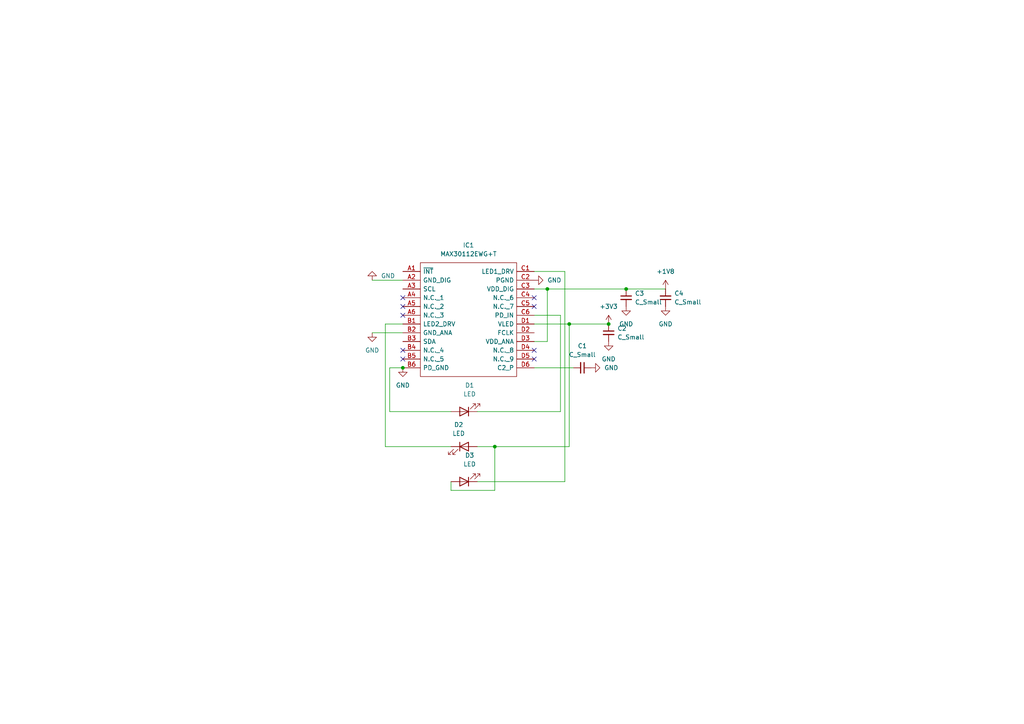
<source format=kicad_sch>
(kicad_sch (version 20211123) (generator eeschema)
  (paper "A4")
  (lib_symbols
    (symbol "Device:C_Small" (pin_numbers hide) (pin_names (offset 0.254) hide)
      (property "Reference" "C" (at 0.254 1.778 0))
      (property "Value" "C_Small" (at 0.254 -2.032 0))
      (symbol "C_Small_0_1"
        (polyline (pts (xy -1.524 -0.508) (xy 1.524 -0.508)) (stroke (width 0.3302)))
        (polyline (pts (xy -1.524 0.508) (xy 1.524 0.508)) (stroke (width 0.3048)))
      )
      (symbol "C_Small_1_1"
        (pin passive line (at 0 2.54 270) (length 2.032) (name "~") (number "1"))
        (pin passive line (at 0 -2.54 90) (length 2.032) (name "~") (number "2"))
      )
    )
    (symbol "Device:LED" (pin_numbers hide) (pin_names (offset 1.016) hide)
      (property "Reference" "D" (at 0 2.54 0))
      (property "Value" "LED" (at 0 -2.54 0))
      (symbol "LED_0_1"
        (polyline (pts (xy -1.27 -1.27) (xy -1.27 1.27)) (stroke (width 0.254)))
        (polyline (pts (xy -1.27 0) (xy 1.27 0)))
        (polyline (pts (xy 1.27 -1.27) (xy 1.27 1.27) (xy -1.27 0) (xy 1.27 -1.27)) (stroke (width 0.254)))
        (polyline (pts (xy -3.048 -0.762) (xy -4.572 -2.286) (xy -3.81 -2.286) (xy -4.572 -2.286) (xy -4.572 -1.524)))
        (polyline (pts (xy -1.778 -0.762) (xy -3.302 -2.286) (xy -2.54 -2.286) (xy -3.302 -2.286) (xy -3.302 -1.524)))
      )
      (symbol "LED_1_1"
        (pin passive line (at -3.81 0 0) (length 2.54) (name "K") (number "1"))
        (pin passive line (at 3.81 0 180) (length 2.54) (name "A") (number "2"))
      )
    )
    (symbol "SamacSys_Parts:MAX30112EWG+T" (pin_names (offset 0.762))
      (property "Reference" "IC" (at 34.29 7.62 0))
      (property "Value" "MAX30112EWG+T" (at 34.29 5.08 0))
      (symbol "MAX30112EWG+T_0_0"
        (pin passive line (at 0 0 0) (length 5.08) (name "~{INT}") (number "A1"))
        (pin passive line (at 0 -2.54 0) (length 5.08) (name "GND_DIG") (number "A2"))
        (pin passive line (at 0 -5.08 0) (length 5.08) (name "SCL") (number "A3"))
        (pin passive line (at 0 -7.62 0) (length 5.08) (name "N.C._1") (number "A4"))
        (pin passive line (at 0 -10.16 0) (length 5.08) (name "N.C._2") (number "A5"))
        (pin passive line (at 0 -12.7 0) (length 5.08) (name "N.C._3") (number "A6"))
        (pin passive line (at 0 -15.24 0) (length 5.08) (name "LED2_DRV") (number "B1"))
        (pin passive line (at 0 -17.78 0) (length 5.08) (name "GND_ANA") (number "B2"))
        (pin passive line (at 0 -20.32 0) (length 5.08) (name "SDA") (number "B3"))
        (pin passive line (at 0 -22.86 0) (length 5.08) (name "N.C._4") (number "B4"))
        (pin passive line (at 0 -25.4 0) (length 5.08) (name "N.C._5") (number "B5"))
        (pin passive line (at 0 -27.94 0) (length 5.08) (name "PD_GND") (number "B6"))
        (pin passive line (at 38.1 0 180) (length 5.08) (name "LED1_DRV") (number "C1"))
        (pin passive line (at 38.1 -2.54 180) (length 5.08) (name "PGND") (number "C2"))
        (pin passive line (at 38.1 -5.08 180) (length 5.08) (name "VDD_DIG") (number "C3"))
        (pin passive line (at 38.1 -7.62 180) (length 5.08) (name "N.C._6") (number "C4"))
        (pin passive line (at 38.1 -10.16 180) (length 5.08) (name "N.C._7") (number "C5"))
        (pin passive line (at 38.1 -12.7 180) (length 5.08) (name "PD_IN") (number "C6"))
        (pin passive line (at 38.1 -15.24 180) (length 5.08) (name "VLED") (number "D1"))
        (pin passive line (at 38.1 -17.78 180) (length 5.08) (name "FCLK") (number "D2"))
        (pin passive line (at 38.1 -20.32 180) (length 5.08) (name "VDD_ANA") (number "D3"))
        (pin passive line (at 38.1 -22.86 180) (length 5.08) (name "N.C._8") (number "D4"))
        (pin passive line (at 38.1 -25.4 180) (length 5.08) (name "N.C._9") (number "D5"))
        (pin passive line (at 38.1 -27.94 180) (length 5.08) (name "C2_P") (number "D6"))
      )
      (symbol "MAX30112EWG+T_0_1"
        (polyline (pts (xy 5.08 2.54) (xy 33.02 2.54) (xy 33.02 -30.48) (xy 5.08 -30.48) (xy 5.08 2.54)) (stroke (width 0.1524)))
      )
    )
    (symbol "power:+1V8" (power) (pin_names (offset 0))
      (property "Value" "+1V8" (at 0 3.556 0))
      (symbol "+1V8_0_1"
        (polyline (pts (xy -0.762 1.27) (xy 0 2.54)))
        (polyline (pts (xy 0 0) (xy 0 2.54)))
        (polyline (pts (xy 0 2.54) (xy 0.762 1.27)))
      )
      (symbol "+1V8_1_1"
        (pin power_in line (at 0 0 90) (length 0) hide (name "+1V8") (number "1"))
      )
    )
    (symbol "power:+3.3V" (power) (pin_names (offset 0))
      (property "Value" "+3.3V" (at 0 3.556 0))
      (symbol "+3.3V_0_1"
        (polyline (pts (xy -0.762 1.27) (xy 0 2.54)))
        (polyline (pts (xy 0 0) (xy 0 2.54)))
        (polyline (pts (xy 0 2.54) (xy 0.762 1.27)))
      )
      (symbol "+3.3V_1_1"
        (pin power_in line (at 0 0 90) (length 0) hide (name "+3V3") (number "1"))
      )
    )
    (symbol "power:GND" (power) (pin_names (offset 0))
      (property "Value" "GND" (at 0 -3.81 0))
      (symbol "GND_0_1"
        (polyline (pts (xy 0 0) (xy 0 -1.27) (xy 1.27 -1.27) (xy 0 -2.54) (xy -1.27 -1.27) (xy 0 -1.27)))
      )
      (symbol "GND_1_1"
        (pin power_in line (at 0 0 270) (length 0) hide (name "GND") (number "1"))
      )
    )
  )
  (junction (at 116.84 106.68))
  (junction (at 158.75 83.82))
  (junction (at 176.53 93.98))
  (junction (at 181.61 83.82))
  (junction (at 165.1 93.98))
  (junction (at 143.51 129.54))
  (no_connect (at 116.84 101.6))
  (no_connect (at 116.84 104.14))
  (no_connect (at 154.94 88.9))
  (no_connect (at 154.94 86.36))
  (no_connect (at 116.84 86.36))
  (no_connect (at 116.84 88.9))
  (no_connect (at 116.84 91.44))
  (no_connect (at 154.94 104.14))
  (no_connect (at 154.94 101.6))
  (wire (pts (xy 162.56 91.44) (xy 154.94 91.44)))
  (wire (pts (xy 143.51 129.54) (xy 138.43 129.54)))
  (wire (pts (xy 165.1 129.54) (xy 143.51 129.54)))
  (wire (pts (xy 130.81 142.24) (xy 130.81 139.7)))
  (wire (pts (xy 158.75 99.06) (xy 154.94 99.06)))
  (wire (pts (xy 143.51 142.24) (xy 130.81 142.24)))
  (wire (pts (xy 143.51 129.54) (xy 143.51 142.24)))
  (wire (pts (xy 113.03 106.68) (xy 113.03 119.38)))
  (wire (pts (xy 154.94 83.82) (xy 158.75 83.82)))
  (wire (pts (xy 158.75 83.82) (xy 181.61 83.82)))
  (wire (pts (xy 154.94 93.98) (xy 165.1 93.98)))
  (wire (pts (xy 158.75 83.82) (xy 158.75 99.06)))
  (wire (pts (xy 107.95 81.28) (xy 116.84 81.28)))
  (wire (pts (xy 111.76 129.54) (xy 111.76 93.98)))
  (wire (pts (xy 111.76 93.98) (xy 116.84 93.98)))
  (wire (pts (xy 116.84 106.68) (xy 113.03 106.68)))
  (wire (pts (xy 165.1 93.98) (xy 176.53 93.98)))
  (wire (pts (xy 181.61 83.82) (xy 193.04 83.82)))
  (wire (pts (xy 107.95 96.52) (xy 116.84 96.52)))
  (wire (pts (xy 154.94 78.74) (xy 163.83 78.74)))
  (wire (pts (xy 113.03 119.38) (xy 130.81 119.38)))
  (wire (pts (xy 162.56 119.38) (xy 162.56 91.44)))
  (wire (pts (xy 154.94 106.68) (xy 166.37 106.68)))
  (wire (pts (xy 163.83 78.74) (xy 163.83 139.7)))
  (wire (pts (xy 130.81 129.54) (xy 111.76 129.54)))
  (wire (pts (xy 165.1 93.98) (xy 165.1 129.54)))
  (wire (pts (xy 138.43 119.38) (xy 162.56 119.38)))
  (wire (pts (xy 163.83 139.7) (xy 138.43 139.7)))
  (symbol (lib_id "Device:C_Small") (at 176.53 96.52 0) (unit 1)
    (property "Reference" "C2" (at 179.07 95.2562 0) (effects (justify left)))
    (property "Value" "C_Small" (at 179.07 97.7962 0) (effects (justify left)))
    (property "Footprint" "Capacitor_SMD:C_0603_1608Metric_Pad1.08x0.95mm_HandSolder" (effects hide))
  )
  (symbol (lib_id "power:GND") (at 107.95 81.28 180) (unit 1)
    (property "Reference" "#PWR0101" (effects hide))
    (property "Value" "GND" (at 110.49 80.0099 0) (effects (justify right)))
  )
  (symbol (lib_id "power:GND") (at 116.84 106.68 0) (unit 1)
    (property "Reference" "#PWR0102" (effects hide))
    (property "Value" "GND" (at 116.84 111.76 0))
  )
  (symbol (lib_id "Device:C_Small") (at 193.04 86.36 180) (unit 1)
    (property "Reference" "C4" (at 195.58 85.0835 0) (effects (justify right)))
    (property "Value" "C_Small" (at 195.58 87.6235 0) (effects (justify right)))
    (property "Footprint" "Capacitor_SMD:C_0603_1608Metric_Pad1.08x0.95mm_HandSolder" (effects hide))
  )
  (symbol (lib_id "power:GND") (at 181.61 88.9 0) (unit 1)
    (property "Reference" "#PWR0108" (effects hide))
    (property "Value" "GND" (at 181.61 93.98 0))
  )
  (symbol (lib_id "power:GND") (at 193.04 88.9 0) (unit 1)
    (property "Reference" "#PWR0109" (effects hide))
    (property "Value" "GND" (at 193.04 93.98 0))
  )
  (symbol (lib_id "Device:LED") (at 134.62 139.7 180) (unit 1)
    (property "Reference" "D3" (at 136.2075 132.08 0))
    (property "Value" "LED" (at 136.2075 134.62 0))
    (property "Footprint" "Diode_SMD:D_0201_0603Metric" (effects hide))
  )
  (symbol (lib_id "power:+1V8") (at 193.04 83.82 0) (unit 1)
    (property "Reference" "#PWR0110" (effects hide))
    (property "Value" "+1V8" (at 193.04 78.74 0))
  )
  (symbol (lib_id "Device:C_Small") (at 168.91 106.68 270) (unit 1)
    (property "Reference" "C1" (at 168.9036 100.33 90))
    (property "Value" "C_Small" (at 168.9036 102.87 90))
    (property "Footprint" "Capacitor_SMD:C_0603_1608Metric_Pad1.08x0.95mm_HandSolder" (effects hide))
  )
  (symbol (lib_id "SamacSys_Parts:MAX30112EWG+T") (at 116.84 78.74 0) (unit 1)
    (property "Reference" "IC1" (at 135.89 71.12 0))
    (property "Value" "MAX30112EWG+T" (at 135.89 73.66 0))
    (property "Footprint" "BGA24C40P6X4_277X197X69" (effects hide))
    (property "Datasheet" "https://datasheets.maximintegrated.com/en/ds/MAX30112.pdf" (effects hide))
    (property "Description" "Biometric Sensors Integrated Biosensor for Mobile Applications" (effects hide))
    (property "Height" "0.69" (effects hide))
    (property "Mouser Part Number" "700-MAX30112EWG+T" (effects hide))
    (property "Mouser Price/Stock" "https://www.mouser.co.uk/ProductDetail/Maxim-Integrated/MAX30112EWG%2bT?qs=BZBei1rCqCCffawIFrkHOw%3D%3D" (effects hide))
    (property "Manufacturer_Name" "Maxim Integrated" (effects hide))
    (property "Manufacturer_Part_Number" "MAX30112EWG+T" (effects hide))
  )
  (symbol (lib_id "power:GND") (at 171.45 106.68 90) (unit 1)
    (property "Reference" "#PWR0106" (effects hide))
    (property "Value" "GND" (at 175.26 106.6799 90) (effects (justify right)))
  )
  (symbol (lib_id "power:GND") (at 176.53 99.06 0) (unit 1)
    (property "Reference" "#PWR0105" (effects hide))
    (property "Value" "GND" (at 176.53 104.14 0))
  )
  (symbol (lib_id "power:GND") (at 154.94 81.28 90) (unit 1)
    (property "Reference" "#PWR0104" (effects hide))
    (property "Value" "GND" (at 158.75 81.2799 90) (effects (justify right)))
  )
  (symbol (lib_id "power:GND") (at 107.95 96.52 0) (unit 1)
    (property "Reference" "#PWR0103" (effects hide))
    (property "Value" "GND" (at 107.95 101.6 0))
  )
  (symbol (lib_id "Device:C_Small") (at 181.61 86.36 0) (unit 1)
    (property "Reference" "C3" (at 184.15 85.0962 0) (effects (justify left)))
    (property "Value" "C_Small" (at 184.15 87.6362 0) (effects (justify left)))
    (property "Footprint" "Capacitor_SMD:C_0603_1608Metric_Pad1.08x0.95mm_HandSolder" (effects hide))
  )
  (symbol (lib_id "Device:LED") (at 134.62 129.54 0) (unit 1)
    (property "Reference" "D2" (at 133.0325 123.19 0))
    (property "Value" "LED" (at 133.0325 125.73 0))
    (property "Footprint" "Diode_SMD:D_0201_0603Metric" (effects hide))
  )
  (symbol (lib_id "power:+3.3V") (at 176.53 93.98 0) (unit 1)
    (property "Reference" "#PWR0107" (effects hide))
    (property "Value" "+3.3V" (at 176.53 88.9 0))
  )
  (symbol (lib_id "Device:LED") (at 134.62 119.38 180) (unit 1)
    (property "Reference" "D1" (at 136.2075 111.76 0))
    (property "Value" "LED" (at 136.2075 114.3 0))
    (property "Footprint" "Diode_SMD:D_0201_0603Metric" (effects hide))
  )
)
</source>
